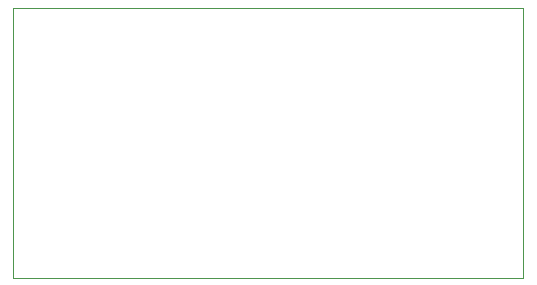
<source format=gm1>
G04 #@! TF.FileFunction,Profile,NP*
%FSLAX46Y46*%
G04 Gerber Fmt 4.6, Leading zero omitted, Abs format (unit mm)*
G04 Created by KiCad (PCBNEW (2015-08-11 BZR 6084)-product) date 9/4/2015 12:03:17 PM*
%MOMM*%
G01*
G04 APERTURE LIST*
%ADD10C,0.150000*%
%ADD11C,0.100000*%
G04 APERTURE END LIST*
D10*
D11*
X163830000Y-160274000D02*
X163830000Y-137414000D01*
X207010000Y-160274000D02*
X163830000Y-160274000D01*
X207010000Y-137414000D02*
X207010000Y-160274000D01*
X163830000Y-137414000D02*
X207010000Y-137414000D01*
M02*

</source>
